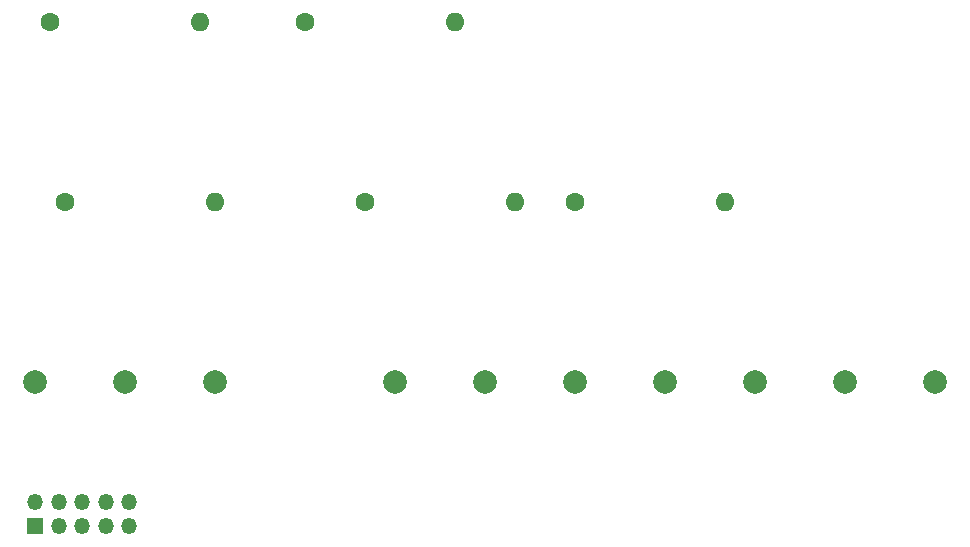
<source format=gbr>
%TF.GenerationSoftware,KiCad,Pcbnew,(7.0.0)*%
%TF.CreationDate,2023-03-23T16:19:59+01:00*%
%TF.ProjectId,PCH-1000JIG,5043482d-3130-4303-904a-49472e6b6963,rev?*%
%TF.SameCoordinates,Original*%
%TF.FileFunction,Soldermask,Top*%
%TF.FilePolarity,Negative*%
%FSLAX46Y46*%
G04 Gerber Fmt 4.6, Leading zero omitted, Abs format (unit mm)*
G04 Created by KiCad (PCBNEW (7.0.0)) date 2023-03-23 16:19:59*
%MOMM*%
%LPD*%
G01*
G04 APERTURE LIST*
%ADD10C,1.600000*%
%ADD11O,1.600000X1.600000*%
%ADD12R,1.350000X1.350000*%
%ADD13O,1.350000X1.350000*%
%ADD14C,2.000000*%
G04 APERTURE END LIST*
D10*
%TO.C,330 Ohms*%
X20320000Y-38100000D03*
D11*
X33019999Y-38099999D03*
%TD*%
D12*
%TO.C,Pin Header*%
X17779999Y-65499999D03*
D13*
X17779999Y-63499999D03*
X19779999Y-65499999D03*
X19779999Y-63499999D03*
X21779999Y-65499999D03*
X21779999Y-63499999D03*
X23779999Y-65499999D03*
X23779999Y-63499999D03*
X25779999Y-65499999D03*
X25779999Y-63499999D03*
%TD*%
D14*
%TO.C,3v3 VCC*%
X78740000Y-53340000D03*
%TD*%
D10*
%TO.C,1k Ohms*%
X19050000Y-22860000D03*
D11*
X31749999Y-22859999D03*
%TD*%
D14*
%TO.C,Vita TX/7*%
X48260000Y-53340000D03*
%TD*%
%TO.C,PC RX*%
X17780000Y-53340000D03*
%TD*%
%TO.C,UDC 12*%
X71120000Y-53340000D03*
%TD*%
%TO.C,UDC 3*%
X93980000Y-53340000D03*
%TD*%
%TO.C,3v3 GND*%
X86360000Y-53340000D03*
%TD*%
D10*
%TO.C,330 Ohms*%
X45720000Y-38100000D03*
D11*
X58419999Y-38099999D03*
%TD*%
D14*
%TO.C,PC GND*%
X33020000Y-53340000D03*
%TD*%
D10*
%TO.C,1k Ohms*%
X40640000Y-22860000D03*
D11*
X53339999Y-22859999D03*
%TD*%
D14*
%TO.C,UDC 11*%
X63500000Y-53340000D03*
%TD*%
%TO.C,PC TX*%
X25400000Y-53340000D03*
%TD*%
%TO.C,Vita RX/6*%
X55880000Y-53340000D03*
%TD*%
D10*
%TO.C,150 Ohms*%
X63500000Y-38100000D03*
D11*
X76199999Y-38099999D03*
%TD*%
M02*

</source>
